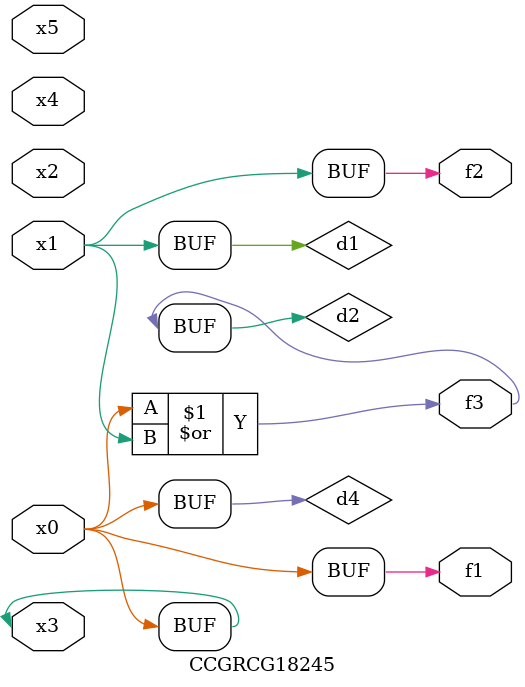
<source format=v>
module CCGRCG18245(
	input x0, x1, x2, x3, x4, x5,
	output f1, f2, f3
);

	wire d1, d2, d3, d4;

	and (d1, x1);
	or (d2, x0, x1);
	nand (d3, x0, x5);
	buf (d4, x0, x3);
	assign f1 = d4;
	assign f2 = d1;
	assign f3 = d2;
endmodule

</source>
